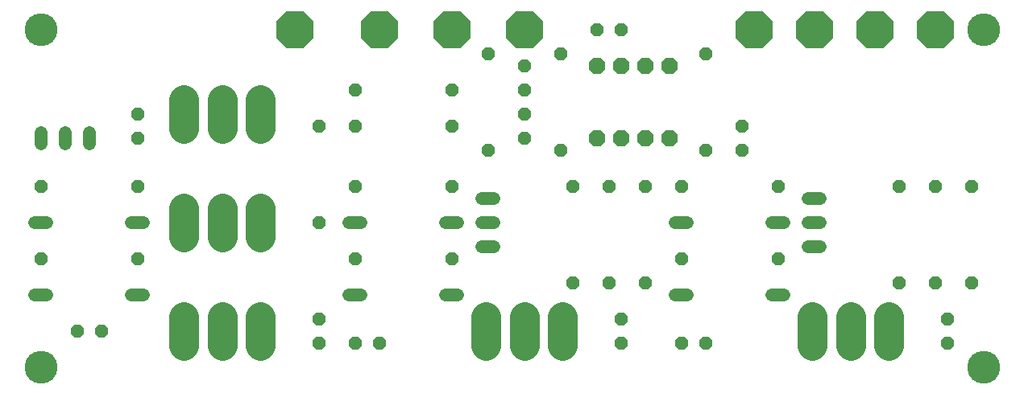
<source format=gbs>
G75*
G70*
%OFA0B0*%
%FSLAX24Y24*%
%IPPOS*%
%LPD*%
%AMOC8*
5,1,8,0,0,1.08239X$1,22.5*
%
%ADD10OC8,0.0690*%
%ADD11OC8,0.0540*%
%ADD12C,0.1245*%
%ADD13C,0.0540*%
%ADD14OC8,0.1560*%
%ADD15C,0.1360*%
D10*
X026185Y013161D03*
X027185Y013161D03*
X028185Y013161D03*
X029185Y013161D03*
X029185Y016161D03*
X028185Y016161D03*
X027185Y016161D03*
X026185Y016161D03*
D11*
X024685Y016661D03*
X023185Y016161D03*
X023185Y015161D03*
X023185Y014161D03*
X023185Y013161D03*
X024685Y012661D03*
X025185Y011161D03*
X026685Y011161D03*
X028185Y011161D03*
X029685Y011161D03*
X030685Y012661D03*
X032185Y012661D03*
X032185Y013661D03*
X033685Y011161D03*
X038685Y011161D03*
X040185Y011161D03*
X041685Y011161D03*
X033685Y008161D03*
X029685Y008161D03*
X028185Y007161D03*
X026685Y007161D03*
X025185Y007161D03*
X027185Y005661D03*
X027185Y004661D03*
X029685Y004661D03*
X030685Y004661D03*
X038685Y007161D03*
X040185Y007161D03*
X041685Y007161D03*
X040685Y005661D03*
X040685Y004661D03*
X021685Y012661D03*
X020185Y013661D03*
X020185Y015161D03*
X021685Y016661D03*
X026185Y017661D03*
X027185Y017661D03*
X030685Y016661D03*
X020185Y011161D03*
X016185Y011161D03*
X014685Y009661D03*
X016185Y008161D03*
X020185Y008161D03*
X014685Y005661D03*
X014685Y004661D03*
X016185Y004661D03*
X017185Y004661D03*
X007185Y008161D03*
X003185Y008161D03*
X003185Y011161D03*
X007185Y011161D03*
X007185Y013161D03*
X007185Y014161D03*
X014685Y013661D03*
X016185Y013661D03*
X016185Y015161D03*
X005685Y005161D03*
X004685Y005161D03*
D12*
X009105Y004568D02*
X009105Y005753D01*
X010685Y005753D02*
X010685Y004568D01*
X012265Y004568D02*
X012265Y005753D01*
X012265Y009068D02*
X012265Y010253D01*
X010685Y010253D02*
X010685Y009068D01*
X009105Y009068D02*
X009105Y010253D01*
X009105Y013568D02*
X009105Y014753D01*
X010685Y014753D02*
X010685Y013568D01*
X012265Y013568D02*
X012265Y014753D01*
X021605Y005753D02*
X021605Y004568D01*
X023185Y004568D02*
X023185Y005753D01*
X024765Y005753D02*
X024765Y004568D01*
X035105Y004568D02*
X035105Y005753D01*
X036685Y005753D02*
X036685Y004568D01*
X038265Y004568D02*
X038265Y005753D01*
D13*
X033925Y006661D02*
X033445Y006661D01*
X029925Y006661D02*
X029445Y006661D01*
X034945Y008661D02*
X035425Y008661D01*
X035425Y009661D02*
X034945Y009661D01*
X033925Y009661D02*
X033445Y009661D01*
X034945Y010661D02*
X035425Y010661D01*
X029925Y009661D02*
X029445Y009661D01*
X021925Y009661D02*
X021445Y009661D01*
X020425Y009661D02*
X019945Y009661D01*
X021445Y010661D02*
X021925Y010661D01*
X021925Y008661D02*
X021445Y008661D01*
X020425Y006661D02*
X019945Y006661D01*
X016425Y006661D02*
X015945Y006661D01*
X015945Y009661D02*
X016425Y009661D01*
X007425Y009661D02*
X006945Y009661D01*
X003425Y009661D02*
X002945Y009661D01*
X002945Y006661D02*
X003425Y006661D01*
X006945Y006661D02*
X007425Y006661D01*
X005185Y012921D02*
X005185Y013401D01*
X004185Y013401D02*
X004185Y012921D01*
X003185Y012921D02*
X003185Y013401D01*
D14*
X013685Y017661D03*
X017185Y017661D03*
X020185Y017661D03*
X023185Y017661D03*
X032685Y017661D03*
X035185Y017661D03*
X037685Y017661D03*
X040185Y017661D03*
D15*
X003185Y003661D03*
X003185Y017661D03*
X042185Y017661D03*
X042185Y003661D03*
M02*

</source>
